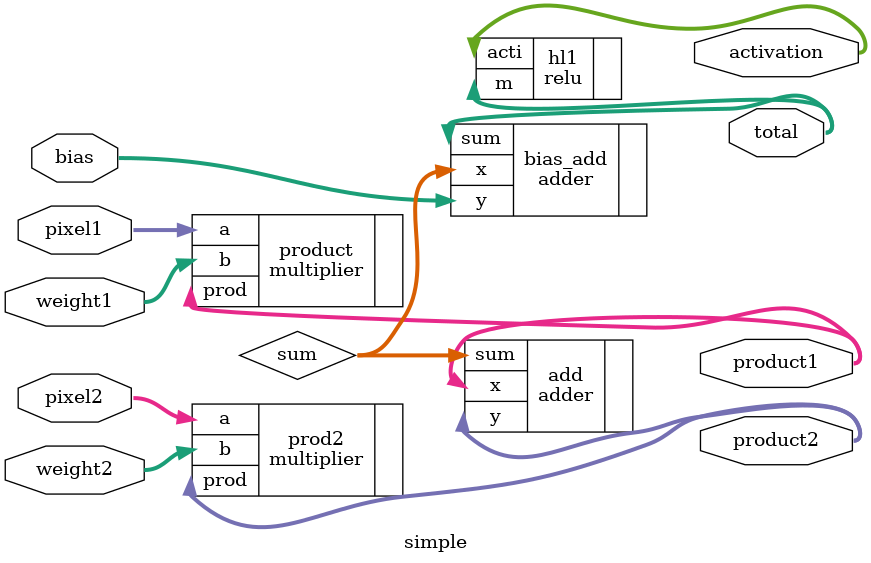
<source format=v>
module simple(
input[19:0]pixel1,
input[19:0]pixel2,     
input [19:0]weight1,
input [19:0]weight2,
input[19:0]bias,
output [39:0] product1,
output [39:0] product2,
output [39:0]activation,
output [39:0]total);


wire [31:0]sum;
//wire [31:0]product1;
//wire[31:0]product2;
//wire [31:0]total; 

multiplier product(
.a(pixel1),
.b(weight1),
.prod(product1));

multiplier prod2(
.a(pixel2),
.b(weight2),
.prod(product2));

adder add(
.x(product1),
.y(product2),
.sum(sum));

adder bias_add(
.x(sum),
.y(bias),
.sum(total));

relu hl1(
.m(total),
.acti(activation));

endmodule

</source>
